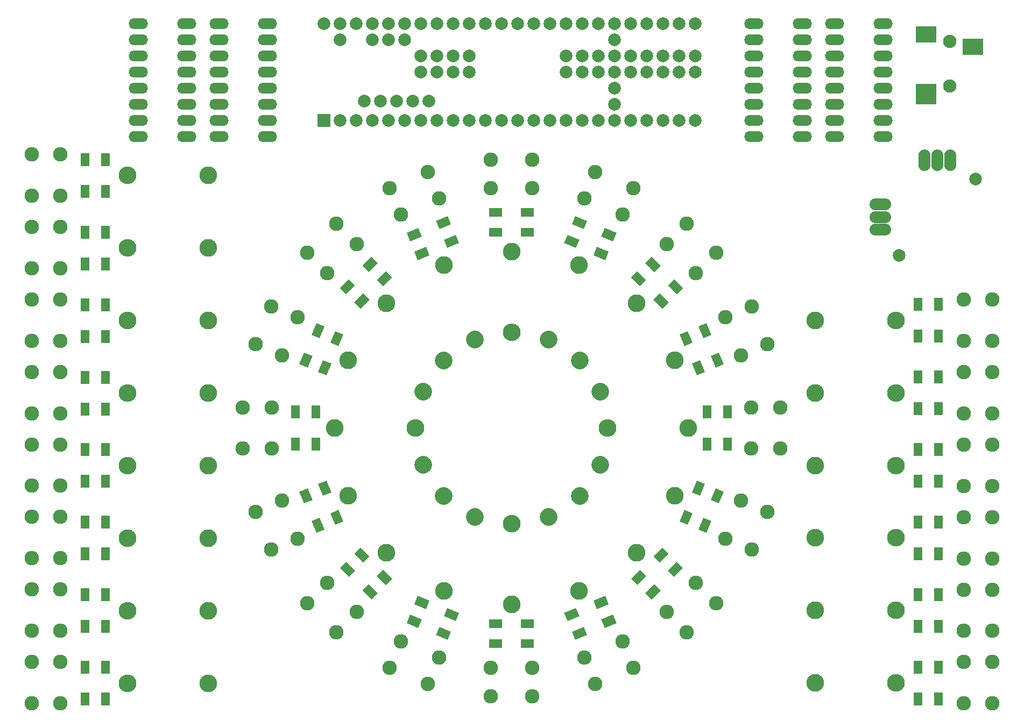
<source format=gts>
G04 #@! TF.FileFunction,Soldermask,Top*
%FSLAX46Y46*%
G04 Gerber Fmt 4.6, Leading zero omitted, Abs format (unit mm)*
G04 Created by KiCad (PCBNEW 4.0.6) date Thursday, 30. August 2018 'u42' 16:42:36*
%MOMM*%
%LPD*%
G01*
G04 APERTURE LIST*
%ADD10C,0.100000*%
%ADD11O,3.041600X1.720800*%
%ADD12R,1.400000X2.000000*%
%ADD13C,2.000000*%
%ADD14R,2.000000X2.000000*%
%ADD15O,3.399740X1.898600*%
%ADD16O,1.898600X3.399740*%
%ADD17C,1.997660*%
%ADD18R,2.000000X1.400000*%
%ADD19C,2.800000*%
%ADD20O,2.800000X2.800000*%
%ADD21C,2.800000*%
%ADD22C,2.279600*%
%ADD23C,2.100000*%
%ADD24R,3.200000X2.600000*%
%ADD25R,3.200000X3.200000*%
G04 APERTURE END LIST*
D10*
D11*
X107391200Y-40182800D03*
X107391200Y-42722800D03*
X107391200Y-45262800D03*
X107391200Y-47802800D03*
X107391200Y-50342800D03*
X107391200Y-52882800D03*
X107391200Y-55422800D03*
X107391200Y-57962800D03*
X99771200Y-57962800D03*
X99771200Y-55422800D03*
X99771200Y-52882800D03*
X99771200Y-50342800D03*
X99771200Y-47802800D03*
X99771200Y-45262800D03*
X99771200Y-42722800D03*
X99771200Y-40182800D03*
X94691200Y-40182800D03*
X94691200Y-42722800D03*
X94691200Y-45262800D03*
X94691200Y-47802800D03*
X94691200Y-50342800D03*
X94691200Y-52882800D03*
X94691200Y-55422800D03*
X94691200Y-57962800D03*
X87071200Y-57962800D03*
X87071200Y-55422800D03*
X87071200Y-52882800D03*
X87071200Y-50342800D03*
X87071200Y-47802800D03*
X87071200Y-45262800D03*
X87071200Y-42722800D03*
X87071200Y-40182800D03*
X191511200Y-40182800D03*
X191511200Y-42722800D03*
X191511200Y-45262800D03*
X191511200Y-47802800D03*
X191511200Y-50342800D03*
X191511200Y-52882800D03*
X191511200Y-55422800D03*
X191511200Y-57962800D03*
X183891200Y-57962800D03*
X183891200Y-55422800D03*
X183891200Y-52882800D03*
X183891200Y-50342800D03*
X183891200Y-47802800D03*
X183891200Y-45262800D03*
X183891200Y-42722800D03*
X183891200Y-40182800D03*
X204211200Y-40182800D03*
X204211200Y-42722800D03*
X204211200Y-45262800D03*
X204211200Y-47802800D03*
X204211200Y-50342800D03*
X204211200Y-52882800D03*
X204211200Y-55422800D03*
X204211200Y-57962800D03*
X196591200Y-57962800D03*
X196591200Y-55422800D03*
X196591200Y-52882800D03*
X196591200Y-50342800D03*
X196591200Y-47802800D03*
X196591200Y-45262800D03*
X196591200Y-42722800D03*
X196591200Y-40182800D03*
D10*
G36*
X122334196Y-129448724D02*
X123324146Y-128458774D01*
X124738360Y-129872988D01*
X123748410Y-130862938D01*
X122334196Y-129448724D01*
X122334196Y-129448724D01*
G37*
G36*
X124596938Y-127185982D02*
X125586888Y-126196032D01*
X127001102Y-127610246D01*
X126011152Y-128600196D01*
X124596938Y-127185982D01*
X124596938Y-127185982D01*
G37*
G36*
X118798662Y-125913190D02*
X119788612Y-124923240D01*
X121202826Y-126337454D01*
X120212876Y-127327404D01*
X118798662Y-125913190D01*
X118798662Y-125913190D01*
G37*
G36*
X121061404Y-123650448D02*
X122051354Y-122660498D01*
X123465568Y-124074712D01*
X122475618Y-125064662D01*
X121061404Y-123650448D01*
X121061404Y-123650448D01*
G37*
D12*
X81864000Y-141549600D03*
X78664000Y-141549600D03*
X81864000Y-146549600D03*
X78664000Y-146549600D03*
X81864000Y-130129600D03*
X78664000Y-130129600D03*
X81864000Y-135129600D03*
X78664000Y-135129600D03*
X81864000Y-118709600D03*
X78664000Y-118709600D03*
X81864000Y-123709600D03*
X78664000Y-123709600D03*
X81864000Y-107289600D03*
X78664000Y-107289600D03*
X81864000Y-112289600D03*
X78664000Y-112289600D03*
X81864000Y-95869600D03*
X78664000Y-95869600D03*
X81864000Y-100869600D03*
X78664000Y-100869600D03*
X81864000Y-84449600D03*
X78664000Y-84449600D03*
X81864000Y-89449600D03*
X78664000Y-89449600D03*
X81864000Y-73029600D03*
X78664000Y-73029600D03*
X81864000Y-78029600D03*
X78664000Y-78029600D03*
X81864000Y-61609600D03*
X78664000Y-61609600D03*
X81864000Y-66609600D03*
X78664000Y-66609600D03*
X209728000Y-146518800D03*
X212928000Y-146518800D03*
X209728000Y-141518800D03*
X212928000Y-141518800D03*
X209728000Y-135098800D03*
X212928000Y-135098800D03*
X209728000Y-130098800D03*
X212928000Y-130098800D03*
X209728000Y-123678800D03*
X212928000Y-123678800D03*
X209728000Y-118678800D03*
X212928000Y-118678800D03*
X209728000Y-112258800D03*
X212928000Y-112258800D03*
X209728000Y-107258800D03*
X212928000Y-107258800D03*
X209728000Y-100838800D03*
X212928000Y-100838800D03*
X209728000Y-95838800D03*
X212928000Y-95838800D03*
D13*
X156921200Y-55422800D03*
X159461200Y-55422800D03*
X162001200Y-55422800D03*
X164541200Y-55422800D03*
X154381200Y-55422800D03*
X151841200Y-55422800D03*
X149301200Y-55422800D03*
X167081200Y-55422800D03*
X169621200Y-55422800D03*
X172161200Y-55422800D03*
X174701200Y-55422800D03*
X162001200Y-52882800D03*
X162001200Y-50342800D03*
X162001200Y-47802800D03*
X162001200Y-45262800D03*
X162001200Y-42722800D03*
X174701200Y-40182800D03*
X172161200Y-40182800D03*
X169621200Y-40182800D03*
X167081200Y-40182800D03*
X164541200Y-40182800D03*
X162001200Y-40182800D03*
X159461200Y-40182800D03*
X156921200Y-40182800D03*
X146761200Y-55422800D03*
X144221200Y-55422800D03*
X141681200Y-55422800D03*
X139141200Y-55422800D03*
X136601200Y-55422800D03*
X134061200Y-55422800D03*
X131521200Y-55422800D03*
X128981200Y-55422800D03*
X126441200Y-55422800D03*
X123901200Y-55422800D03*
X121361200Y-55422800D03*
X118821200Y-55422800D03*
D14*
X116281200Y-55422800D03*
D13*
X154381200Y-40182800D03*
X151841200Y-40182800D03*
X149301200Y-40182800D03*
X146761200Y-40182800D03*
X144221200Y-40182800D03*
X141681200Y-40182800D03*
X139141200Y-40182800D03*
X136601200Y-40182800D03*
X134061200Y-40182800D03*
X131521200Y-40182800D03*
X128981200Y-40182800D03*
X126441200Y-40182800D03*
X123901200Y-40182800D03*
X121361200Y-40182800D03*
X118821200Y-40182800D03*
X116281200Y-40182800D03*
X118821200Y-42722800D03*
X123901200Y-42722800D03*
X126441200Y-42722800D03*
X128981200Y-42722800D03*
X131521200Y-47802800D03*
X134061200Y-47802800D03*
X136601200Y-47802800D03*
X139141200Y-47802800D03*
X154381200Y-47802800D03*
X156921200Y-47802800D03*
X159461200Y-47802800D03*
X164541200Y-47802800D03*
X167081200Y-47802800D03*
X169621200Y-47802800D03*
X172161200Y-47802800D03*
X174701200Y-47802800D03*
X174701200Y-45262800D03*
X172161200Y-45262800D03*
X169621200Y-45262800D03*
X167081200Y-45262800D03*
X164541200Y-45262800D03*
X159461200Y-45262800D03*
X156921200Y-45262800D03*
X154381200Y-45262800D03*
X139141200Y-45262800D03*
X136601200Y-45262800D03*
X134061200Y-45262800D03*
X131521200Y-45262800D03*
X122631200Y-52422800D03*
X125171200Y-52422800D03*
X127711200Y-52422800D03*
X130251200Y-52422800D03*
X132791200Y-52422800D03*
D12*
X209728000Y-89418800D03*
X212928000Y-89418800D03*
X209728000Y-84418800D03*
X212928000Y-84418800D03*
D15*
X203801980Y-70662800D03*
X203801980Y-68663820D03*
X203801980Y-72661780D03*
D16*
X212801200Y-61663580D03*
X210802220Y-61663580D03*
X214800180Y-61663580D03*
D17*
X206801720Y-76662280D03*
X218800680Y-64663320D03*
D18*
X148296000Y-137845600D03*
X148296000Y-134645600D03*
X143296000Y-137845600D03*
X143296000Y-134645600D03*
D10*
G36*
X160453281Y-135331717D02*
X159917524Y-134038286D01*
X161765283Y-133272919D01*
X162301040Y-134566350D01*
X160453281Y-135331717D01*
X160453281Y-135331717D01*
G37*
G36*
X159228694Y-132375302D02*
X158692937Y-131081871D01*
X160540696Y-130316504D01*
X161076453Y-131609935D01*
X159228694Y-132375302D01*
X159228694Y-132375302D01*
G37*
G36*
X155833884Y-137245134D02*
X155298127Y-135951703D01*
X157145886Y-135186336D01*
X157681643Y-136479767D01*
X155833884Y-137245134D01*
X155833884Y-137245134D01*
G37*
G36*
X154609297Y-134288719D02*
X154073540Y-132995288D01*
X155921299Y-132229921D01*
X156457056Y-133523352D01*
X154609297Y-134288719D01*
X154609297Y-134288719D01*
G37*
G36*
X171379124Y-127327404D02*
X170389174Y-126337454D01*
X171803388Y-124923240D01*
X172793338Y-125913190D01*
X171379124Y-127327404D01*
X171379124Y-127327404D01*
G37*
G36*
X169116382Y-125064662D02*
X168126432Y-124074712D01*
X169540646Y-122660498D01*
X170530596Y-123650448D01*
X169116382Y-125064662D01*
X169116382Y-125064662D01*
G37*
G36*
X167843590Y-130862938D02*
X166853640Y-129872988D01*
X168267854Y-128458774D01*
X169257804Y-129448724D01*
X167843590Y-130862938D01*
X167843590Y-130862938D01*
G37*
G36*
X165580848Y-128600196D02*
X164590898Y-127610246D01*
X166005112Y-126196032D01*
X166995062Y-127185982D01*
X165580848Y-128600196D01*
X165580848Y-128600196D01*
G37*
G36*
X178410167Y-115751243D02*
X177116736Y-115215486D01*
X177882103Y-113367727D01*
X179175534Y-113903484D01*
X178410167Y-115751243D01*
X178410167Y-115751243D01*
G37*
G36*
X175453752Y-114526656D02*
X174160321Y-113990899D01*
X174925688Y-112143140D01*
X176219119Y-112678897D01*
X175453752Y-114526656D01*
X175453752Y-114526656D01*
G37*
G36*
X176496750Y-120370640D02*
X175203319Y-119834883D01*
X175968686Y-117987124D01*
X177262117Y-118522881D01*
X176496750Y-120370640D01*
X176496750Y-120370640D01*
G37*
G36*
X173540335Y-119146053D02*
X172246904Y-118610296D01*
X173012271Y-116762537D01*
X174305702Y-117298294D01*
X173540335Y-119146053D01*
X173540335Y-119146053D01*
G37*
D12*
X179776000Y-101365600D03*
X176576000Y-101365600D03*
X179776000Y-106365600D03*
X176576000Y-106365600D03*
D10*
G36*
X177262117Y-89208319D02*
X175968686Y-89744076D01*
X175203319Y-87896317D01*
X176496750Y-87360560D01*
X177262117Y-89208319D01*
X177262117Y-89208319D01*
G37*
G36*
X174305702Y-90432906D02*
X173012271Y-90968663D01*
X172246904Y-89120904D01*
X173540335Y-88585147D01*
X174305702Y-90432906D01*
X174305702Y-90432906D01*
G37*
G36*
X179175534Y-93827716D02*
X177882103Y-94363473D01*
X177116736Y-92515714D01*
X178410167Y-91979957D01*
X179175534Y-93827716D01*
X179175534Y-93827716D01*
G37*
G36*
X176219119Y-95052303D02*
X174925688Y-95588060D01*
X174160321Y-93740301D01*
X175453752Y-93204544D01*
X176219119Y-95052303D01*
X176219119Y-95052303D01*
G37*
G36*
X169257804Y-78282476D02*
X168267854Y-79272426D01*
X166853640Y-77858212D01*
X167843590Y-76868262D01*
X169257804Y-78282476D01*
X169257804Y-78282476D01*
G37*
G36*
X166995062Y-80545218D02*
X166005112Y-81535168D01*
X164590898Y-80120954D01*
X165580848Y-79131004D01*
X166995062Y-80545218D01*
X166995062Y-80545218D01*
G37*
G36*
X172793338Y-81818010D02*
X171803388Y-82807960D01*
X170389174Y-81393746D01*
X171379124Y-80403796D01*
X172793338Y-81818010D01*
X172793338Y-81818010D01*
G37*
G36*
X170530596Y-84080752D02*
X169540646Y-85070702D01*
X168126432Y-83656488D01*
X169116382Y-82666538D01*
X170530596Y-84080752D01*
X170530596Y-84080752D01*
G37*
G36*
X157681643Y-71251433D02*
X157145886Y-72544864D01*
X155298127Y-71779497D01*
X155833884Y-70486066D01*
X157681643Y-71251433D01*
X157681643Y-71251433D01*
G37*
G36*
X156457056Y-74207848D02*
X155921299Y-75501279D01*
X154073540Y-74735912D01*
X154609297Y-73442481D01*
X156457056Y-74207848D01*
X156457056Y-74207848D01*
G37*
G36*
X162301040Y-73164850D02*
X161765283Y-74458281D01*
X159917524Y-73692914D01*
X160453281Y-72399483D01*
X162301040Y-73164850D01*
X162301040Y-73164850D01*
G37*
G36*
X161076453Y-76121265D02*
X160540696Y-77414696D01*
X158692937Y-76649329D01*
X159228694Y-75355898D01*
X161076453Y-76121265D01*
X161076453Y-76121265D01*
G37*
D18*
X143296000Y-69885600D03*
X143296000Y-73085600D03*
X148296000Y-69885600D03*
X148296000Y-73085600D03*
D10*
G36*
X131138719Y-72399483D02*
X131674476Y-73692914D01*
X129826717Y-74458281D01*
X129290960Y-73164850D01*
X131138719Y-72399483D01*
X131138719Y-72399483D01*
G37*
G36*
X132363306Y-75355898D02*
X132899063Y-76649329D01*
X131051304Y-77414696D01*
X130515547Y-76121265D01*
X132363306Y-75355898D01*
X132363306Y-75355898D01*
G37*
G36*
X135758116Y-70486066D02*
X136293873Y-71779497D01*
X134446114Y-72544864D01*
X133910357Y-71251433D01*
X135758116Y-70486066D01*
X135758116Y-70486066D01*
G37*
G36*
X136982703Y-73442481D02*
X137518460Y-74735912D01*
X135670701Y-75501279D01*
X135134944Y-74207848D01*
X136982703Y-73442481D01*
X136982703Y-73442481D01*
G37*
G36*
X120212876Y-80403796D02*
X121202826Y-81393746D01*
X119788612Y-82807960D01*
X118798662Y-81818010D01*
X120212876Y-80403796D01*
X120212876Y-80403796D01*
G37*
G36*
X122475618Y-82666538D02*
X123465568Y-83656488D01*
X122051354Y-85070702D01*
X121061404Y-84080752D01*
X122475618Y-82666538D01*
X122475618Y-82666538D01*
G37*
G36*
X123748410Y-76868262D02*
X124738360Y-77858212D01*
X123324146Y-79272426D01*
X122334196Y-78282476D01*
X123748410Y-76868262D01*
X123748410Y-76868262D01*
G37*
G36*
X126011152Y-79131004D02*
X127001102Y-80120954D01*
X125586888Y-81535168D01*
X124596938Y-80545218D01*
X126011152Y-79131004D01*
X126011152Y-79131004D01*
G37*
G36*
X113181833Y-91979957D02*
X114475264Y-92515714D01*
X113709897Y-94363473D01*
X112416466Y-93827716D01*
X113181833Y-91979957D01*
X113181833Y-91979957D01*
G37*
G36*
X116138248Y-93204544D02*
X117431679Y-93740301D01*
X116666312Y-95588060D01*
X115372881Y-95052303D01*
X116138248Y-93204544D01*
X116138248Y-93204544D01*
G37*
G36*
X115095250Y-87360560D02*
X116388681Y-87896317D01*
X115623314Y-89744076D01*
X114329883Y-89208319D01*
X115095250Y-87360560D01*
X115095250Y-87360560D01*
G37*
G36*
X118051665Y-88585147D02*
X119345096Y-89120904D01*
X118579729Y-90968663D01*
X117286298Y-90432906D01*
X118051665Y-88585147D01*
X118051665Y-88585147D01*
G37*
D12*
X111816000Y-106365600D03*
X115016000Y-106365600D03*
X111816000Y-101365600D03*
X115016000Y-101365600D03*
D10*
G36*
X114329883Y-118522881D02*
X115623314Y-117987124D01*
X116388681Y-119834883D01*
X115095250Y-120370640D01*
X114329883Y-118522881D01*
X114329883Y-118522881D01*
G37*
G36*
X117286298Y-117298294D02*
X118579729Y-116762537D01*
X119345096Y-118610296D01*
X118051665Y-119146053D01*
X117286298Y-117298294D01*
X117286298Y-117298294D01*
G37*
G36*
X112416466Y-113903484D02*
X113709897Y-113367727D01*
X114475264Y-115215486D01*
X113181833Y-115751243D01*
X112416466Y-113903484D01*
X112416466Y-113903484D01*
G37*
G36*
X115372881Y-112678897D02*
X116666312Y-112143140D01*
X117431679Y-113990899D01*
X116138248Y-114526656D01*
X115372881Y-112678897D01*
X115372881Y-112678897D01*
G37*
G36*
X133910357Y-136479767D02*
X134446114Y-135186336D01*
X136293873Y-135951703D01*
X135758116Y-137245134D01*
X133910357Y-136479767D01*
X133910357Y-136479767D01*
G37*
G36*
X135134944Y-133523352D02*
X135670701Y-132229921D01*
X137518460Y-132995288D01*
X136982703Y-134288719D01*
X135134944Y-133523352D01*
X135134944Y-133523352D01*
G37*
G36*
X129290960Y-134566350D02*
X129826717Y-133272919D01*
X131674476Y-134038286D01*
X131138719Y-135331717D01*
X129290960Y-134566350D01*
X129290960Y-134566350D01*
G37*
G36*
X130515547Y-131609935D02*
X131051304Y-130316504D01*
X132899063Y-131081871D01*
X132363306Y-132375302D01*
X130515547Y-131609935D01*
X130515547Y-131609935D01*
G37*
D19*
X145796000Y-131673600D03*
D20*
X145796000Y-118973600D03*
D19*
X156437661Y-129556842D03*
D21*
X151577581Y-117823572D02*
X151577581Y-117823572D01*
D19*
X165459225Y-123528825D03*
D21*
X156478969Y-114548569D02*
X156478969Y-114548569D01*
D19*
X171487242Y-114507261D03*
D21*
X159753972Y-109647181D02*
X159753972Y-109647181D01*
D19*
X173604000Y-103865600D03*
D20*
X160904000Y-103865600D03*
D19*
X171487242Y-93223939D03*
D21*
X159753972Y-98084019D02*
X159753972Y-98084019D01*
D19*
X165459225Y-84202375D03*
D21*
X156478969Y-93182631D02*
X156478969Y-93182631D01*
D19*
X156437661Y-78174358D03*
D21*
X151577581Y-89907628D02*
X151577581Y-89907628D01*
D19*
X145796000Y-76057600D03*
D20*
X145796000Y-88757600D03*
D19*
X135154339Y-78174358D03*
D21*
X140014419Y-89907628D02*
X140014419Y-89907628D01*
D19*
X126132775Y-84202375D03*
D21*
X135113031Y-93182631D02*
X135113031Y-93182631D01*
D19*
X120104758Y-93223939D03*
D21*
X131838028Y-98084019D02*
X131838028Y-98084019D01*
D19*
X117988000Y-103865600D03*
D20*
X130688000Y-103865600D03*
D19*
X120104758Y-114507261D03*
D21*
X131838028Y-109647181D02*
X131838028Y-109647181D01*
D19*
X126132775Y-123528825D03*
D21*
X135113031Y-114548569D02*
X135113031Y-114548569D01*
D19*
X135154339Y-129556842D03*
D21*
X140014419Y-117823572D02*
X140014419Y-117823572D01*
D19*
X98044000Y-64109600D03*
D20*
X85344000Y-64109600D03*
D19*
X98044000Y-75529600D03*
D20*
X85344000Y-75529600D03*
D19*
X98044000Y-86949600D03*
D20*
X85344000Y-86949600D03*
D19*
X98044000Y-98369600D03*
D20*
X85344000Y-98369600D03*
D19*
X98044000Y-109789600D03*
D20*
X85344000Y-109789600D03*
D19*
X98044000Y-121209600D03*
D20*
X85344000Y-121209600D03*
D19*
X98044000Y-132629600D03*
D20*
X85344000Y-132629600D03*
D19*
X98044000Y-144049600D03*
D20*
X85344000Y-144049600D03*
D19*
X193548000Y-86918800D03*
D20*
X206248000Y-86918800D03*
D19*
X193548000Y-98338800D03*
D20*
X206248000Y-98338800D03*
D19*
X193548000Y-109758800D03*
D20*
X206248000Y-109758800D03*
D19*
X193548000Y-121178800D03*
D20*
X206248000Y-121178800D03*
D19*
X193548000Y-132598800D03*
D20*
X206248000Y-132598800D03*
D19*
X193548000Y-144018800D03*
D20*
X206248000Y-144018800D03*
D22*
X142544800Y-141605000D03*
X149047200Y-141605000D03*
X142544800Y-146126200D03*
X149047200Y-146126200D03*
X157234526Y-139976439D03*
X163241960Y-137488079D03*
X158964714Y-144153483D03*
X164972148Y-141665123D03*
X170182840Y-132850331D03*
X174780731Y-128252440D03*
X173379811Y-136047302D03*
X177977702Y-131449411D03*
X179418479Y-121311560D03*
X181906839Y-115304126D03*
X183595523Y-123041748D03*
X186083883Y-117034314D03*
X183535400Y-107116800D03*
X183535400Y-100614400D03*
X188056600Y-107116800D03*
X188056600Y-100614400D03*
X181906839Y-92427074D03*
X179418479Y-86419640D03*
X186083883Y-90696886D03*
X183595523Y-84689452D03*
X174780731Y-79478760D03*
X170182840Y-74880869D03*
X177977702Y-76281789D03*
X173379811Y-71683898D03*
X163241960Y-70243121D03*
X157234526Y-67754761D03*
X164972148Y-66066077D03*
X158964714Y-63577717D03*
X149047200Y-66126200D03*
X142544800Y-66126200D03*
X149047200Y-61605000D03*
X142544800Y-61605000D03*
X134357474Y-67754761D03*
X128350040Y-70243121D03*
X132627286Y-63577717D03*
X126619852Y-66066077D03*
X121409160Y-74880869D03*
X116811269Y-79478760D03*
X118212189Y-71683898D03*
X113614298Y-76281789D03*
X112173521Y-86419640D03*
X109685161Y-92427074D03*
X107996477Y-84689452D03*
X105508117Y-90696886D03*
X108056600Y-100614400D03*
X108056600Y-107116800D03*
X103535400Y-100614400D03*
X103535400Y-107116800D03*
X109685161Y-115304126D03*
X112173521Y-121311560D03*
X105508117Y-117034314D03*
X107996477Y-123041748D03*
X116811269Y-128252440D03*
X121409160Y-132850331D03*
X113614298Y-131449411D03*
X118212189Y-136047302D03*
X128350040Y-137488079D03*
X134357474Y-139976439D03*
X126619852Y-141665123D03*
X132627286Y-144153483D03*
X74808080Y-60777120D03*
X74808080Y-67279520D03*
X70286880Y-60777120D03*
X70286880Y-67279520D03*
X74808080Y-72197120D03*
X74808080Y-78699520D03*
X70286880Y-72197120D03*
X70286880Y-78699520D03*
X74808080Y-83617120D03*
X74808080Y-90119520D03*
X70286880Y-83617120D03*
X70286880Y-90119520D03*
X74808080Y-95037120D03*
X74808080Y-101539520D03*
X70286880Y-95037120D03*
X70286880Y-101539520D03*
X74808080Y-106457120D03*
X74808080Y-112959520D03*
X70286880Y-106457120D03*
X70286880Y-112959520D03*
X74808080Y-117877120D03*
X74808080Y-124379520D03*
X70286880Y-117877120D03*
X70286880Y-124379520D03*
X74808080Y-129297120D03*
X74808080Y-135799520D03*
X70286880Y-129297120D03*
X70286880Y-135799520D03*
X74808080Y-140717120D03*
X74808080Y-147219520D03*
X70286880Y-140717120D03*
X70286880Y-147219520D03*
X216910920Y-90139520D03*
X216910920Y-83637120D03*
X221432120Y-90139520D03*
X221432120Y-83637120D03*
X216910920Y-101559520D03*
X216910920Y-95057120D03*
X221432120Y-101559520D03*
X221432120Y-95057120D03*
X216910920Y-112979520D03*
X216910920Y-106477120D03*
X221432120Y-112979520D03*
X221432120Y-106477120D03*
X216910920Y-124399520D03*
X216910920Y-117897120D03*
X221432120Y-124399520D03*
X221432120Y-117897120D03*
X216910920Y-135819520D03*
X216910920Y-129317120D03*
X221432120Y-135819520D03*
X221432120Y-129317120D03*
X216910920Y-147239520D03*
X216910920Y-140737120D03*
X221432120Y-147239520D03*
X221432120Y-140737120D03*
D23*
X214706200Y-42976800D03*
D24*
X218406200Y-43876800D03*
X211006200Y-41876800D03*
D25*
X211006200Y-51276800D03*
D23*
X214706200Y-49976800D03*
M02*

</source>
